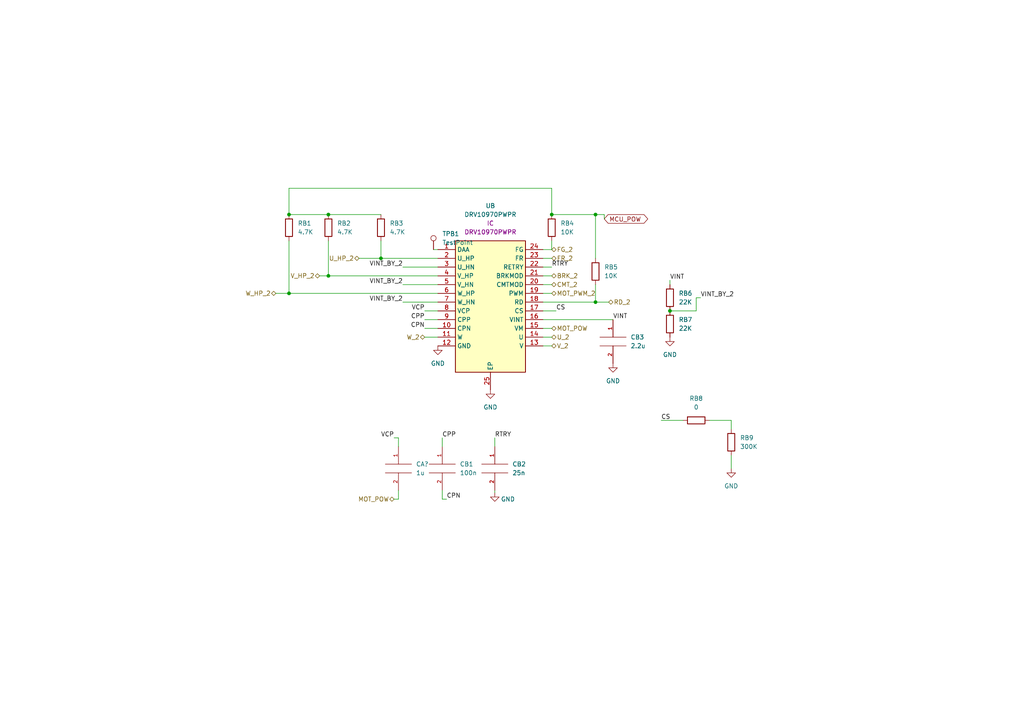
<source format=kicad_sch>
(kicad_sch (version 20211123) (generator eeschema)

  (uuid 7a3dda6d-67db-45e0-bfeb-326fa79a51a2)

  (paper "A4")

  (lib_symbols
    (symbol "Connector:TestPoint" (pin_numbers hide) (pin_names (offset 0.762) hide) (in_bom yes) (on_board yes)
      (property "Reference" "TP" (id 0) (at 0 6.858 0)
        (effects (font (size 1.27 1.27)))
      )
      (property "Value" "TestPoint" (id 1) (at 0 5.08 0)
        (effects (font (size 1.27 1.27)))
      )
      (property "Footprint" "" (id 2) (at 5.08 0 0)
        (effects (font (size 1.27 1.27)) hide)
      )
      (property "Datasheet" "~" (id 3) (at 5.08 0 0)
        (effects (font (size 1.27 1.27)) hide)
      )
      (property "ki_keywords" "test point tp" (id 4) (at 0 0 0)
        (effects (font (size 1.27 1.27)) hide)
      )
      (property "ki_description" "test point" (id 5) (at 0 0 0)
        (effects (font (size 1.27 1.27)) hide)
      )
      (property "ki_fp_filters" "Pin* Test*" (id 6) (at 0 0 0)
        (effects (font (size 1.27 1.27)) hide)
      )
      (symbol "TestPoint_0_1"
        (circle (center 0 3.302) (radius 0.762)
          (stroke (width 0) (type default) (color 0 0 0 0))
          (fill (type none))
        )
      )
      (symbol "TestPoint_1_1"
        (pin passive line (at 0 0 90) (length 2.54)
          (name "1" (effects (font (size 1.27 1.27))))
          (number "1" (effects (font (size 1.27 1.27))))
        )
      )
    )
    (symbol "DRV10970PWPR:DRV10970PWPR" (in_bom yes) (on_board yes)
      (property "Reference" "" (id 0) (at 0 0 0)
        (effects (font (size 1.27 1.27)))
      )
      (property "Value" "DRV10970PWPR" (id 1) (at 0 0 0)
        (effects (font (size 1.27 1.27)))
      )
      (property "Footprint" "" (id 2) (at 0 0 0)
        (effects (font (size 1.27 1.27)) hide)
      )
      (property "Datasheet" "" (id 3) (at 0 0 0)
        (effects (font (size 1.27 1.27)) hide)
      )
      (property "Reference_1" "IC" (id 4) (at 26.67 7.62 0)
        (effects (font (size 1.27 1.27)) (justify left top))
      )
      (property "Value_1" "DRV10970PWPR" (id 5) (at 26.67 5.08 0)
        (effects (font (size 1.27 1.27)) (justify left top))
      )
      (property "Footprint_1" "SOP65P640X120-25N" (id 6) (at 26.67 -94.92 0)
        (effects (font (size 1.27 1.27)) (justify left top) hide)
      )
      (property "Datasheet_1" "http://www.ti.com/lit/gpn/drv10970" (id 7) (at 26.67 -194.92 0)
        (effects (font (size 1.27 1.27)) (justify left top) hide)
      )
      (property "Height" "1.2" (id 8) (at 26.67 -394.92 0)
        (effects (font (size 1.27 1.27)) (justify left top) hide)
      )
      (property "Mouser Part Number" "595-DRV10970PWPR" (id 9) (at 26.67 -494.92 0)
        (effects (font (size 1.27 1.27)) (justify left top) hide)
      )
      (property "Mouser Price/Stock" "https://www.mouser.co.uk/ProductDetail/Texas-Instruments/DRV10970PWPR?qs=F66ExNIg9rr34PKt6FmsTg%3D%3D" (id 10) (at 26.67 -594.92 0)
        (effects (font (size 1.27 1.27)) (justify left top) hide)
      )
      (property "Manufacturer_Name" "Texas Instruments" (id 11) (at 26.67 -694.92 0)
        (effects (font (size 1.27 1.27)) (justify left top) hide)
      )
      (property "Manufacturer_Part_Number" "DRV10970PWPR" (id 12) (at 26.67 -794.92 0)
        (effects (font (size 1.27 1.27)) (justify left top) hide)
      )
      (property "ki_description" "20W, 12V 3-phase sensored BLDC motor driver with single/3halls supported" (id 13) (at 0 0 0)
        (effects (font (size 1.27 1.27)) hide)
      )
      (symbol "DRV10970PWPR_1_1"
        (rectangle (start 5.08 2.54) (end 25.4 -35.56)
          (stroke (width 0.254) (type default) (color 0 0 0 0))
          (fill (type background))
        )
        (pin passive line (at 0 0 0) (length 5.08)
          (name "DAA" (effects (font (size 1.27 1.27))))
          (number "1" (effects (font (size 1.27 1.27))))
        )
        (pin passive line (at 0 -22.86 0) (length 5.08)
          (name "CPN" (effects (font (size 1.27 1.27))))
          (number "10" (effects (font (size 1.27 1.27))))
        )
        (pin passive line (at 0 -25.4 0) (length 5.08)
          (name "W" (effects (font (size 1.27 1.27))))
          (number "11" (effects (font (size 1.27 1.27))))
        )
        (pin passive line (at 0 -27.94 0) (length 5.08)
          (name "GND" (effects (font (size 1.27 1.27))))
          (number "12" (effects (font (size 1.27 1.27))))
        )
        (pin passive line (at 30.48 -27.94 180) (length 5.08)
          (name "V" (effects (font (size 1.27 1.27))))
          (number "13" (effects (font (size 1.27 1.27))))
        )
        (pin passive line (at 30.48 -25.4 180) (length 5.08)
          (name "U" (effects (font (size 1.27 1.27))))
          (number "14" (effects (font (size 1.27 1.27))))
        )
        (pin passive line (at 30.48 -22.86 180) (length 5.08)
          (name "VM" (effects (font (size 1.27 1.27))))
          (number "15" (effects (font (size 1.27 1.27))))
        )
        (pin passive line (at 30.48 -20.32 180) (length 5.08)
          (name "VINT" (effects (font (size 1.27 1.27))))
          (number "16" (effects (font (size 1.27 1.27))))
        )
        (pin passive line (at 30.48 -17.78 180) (length 5.08)
          (name "CS" (effects (font (size 1.27 1.27))))
          (number "17" (effects (font (size 1.27 1.27))))
        )
        (pin passive line (at 30.48 -15.24 180) (length 5.08)
          (name "RD" (effects (font (size 1.27 1.27))))
          (number "18" (effects (font (size 1.27 1.27))))
        )
        (pin passive line (at 30.48 -12.7 180) (length 5.08)
          (name "PWM" (effects (font (size 1.27 1.27))))
          (number "19" (effects (font (size 1.27 1.27))))
        )
        (pin passive line (at 0 -2.54 0) (length 5.08)
          (name "U_HP" (effects (font (size 1.27 1.27))))
          (number "2" (effects (font (size 1.27 1.27))))
        )
        (pin passive line (at 30.48 -10.16 180) (length 5.08)
          (name "CMTMOD" (effects (font (size 1.27 1.27))))
          (number "20" (effects (font (size 1.27 1.27))))
        )
        (pin passive line (at 30.48 -7.62 180) (length 5.08)
          (name "BRKMOD" (effects (font (size 1.27 1.27))))
          (number "21" (effects (font (size 1.27 1.27))))
        )
        (pin passive line (at 30.48 -5.08 180) (length 5.08)
          (name "RETRY" (effects (font (size 1.27 1.27))))
          (number "22" (effects (font (size 1.27 1.27))))
        )
        (pin passive line (at 30.48 -2.54 180) (length 5.08)
          (name "FR" (effects (font (size 1.27 1.27))))
          (number "23" (effects (font (size 1.27 1.27))))
        )
        (pin passive line (at 30.48 0 180) (length 5.08)
          (name "FG" (effects (font (size 1.27 1.27))))
          (number "24" (effects (font (size 1.27 1.27))))
        )
        (pin passive line (at 15.24 -40.64 90) (length 5.08)
          (name "EP" (effects (font (size 1.27 1.27))))
          (number "25" (effects (font (size 1.27 1.27))))
        )
        (pin passive line (at 0 -5.08 0) (length 5.08)
          (name "U_HN" (effects (font (size 1.27 1.27))))
          (number "3" (effects (font (size 1.27 1.27))))
        )
        (pin passive line (at 0 -7.62 0) (length 5.08)
          (name "V_HP" (effects (font (size 1.27 1.27))))
          (number "4" (effects (font (size 1.27 1.27))))
        )
        (pin passive line (at 0 -10.16 0) (length 5.08)
          (name "V_HN" (effects (font (size 1.27 1.27))))
          (number "5" (effects (font (size 1.27 1.27))))
        )
        (pin passive line (at 0 -12.7 0) (length 5.08)
          (name "W_HP" (effects (font (size 1.27 1.27))))
          (number "6" (effects (font (size 1.27 1.27))))
        )
        (pin passive line (at 0 -15.24 0) (length 5.08)
          (name "W_HN" (effects (font (size 1.27 1.27))))
          (number "7" (effects (font (size 1.27 1.27))))
        )
        (pin passive line (at 0 -17.78 0) (length 5.08)
          (name "VCP" (effects (font (size 1.27 1.27))))
          (number "8" (effects (font (size 1.27 1.27))))
        )
        (pin passive line (at 0 -20.32 0) (length 5.08)
          (name "CPP" (effects (font (size 1.27 1.27))))
          (number "9" (effects (font (size 1.27 1.27))))
        )
      )
    )
    (symbol "Device:R" (pin_numbers hide) (pin_names (offset 0)) (in_bom yes) (on_board yes)
      (property "Reference" "R" (id 0) (at 2.032 0 90)
        (effects (font (size 1.27 1.27)))
      )
      (property "Value" "R" (id 1) (at 0 0 90)
        (effects (font (size 1.27 1.27)))
      )
      (property "Footprint" "" (id 2) (at -1.778 0 90)
        (effects (font (size 1.27 1.27)) hide)
      )
      (property "Datasheet" "~" (id 3) (at 0 0 0)
        (effects (font (size 1.27 1.27)) hide)
      )
      (property "ki_keywords" "R res resistor" (id 4) (at 0 0 0)
        (effects (font (size 1.27 1.27)) hide)
      )
      (property "ki_description" "Resistor" (id 5) (at 0 0 0)
        (effects (font (size 1.27 1.27)) hide)
      )
      (property "ki_fp_filters" "R_*" (id 6) (at 0 0 0)
        (effects (font (size 1.27 1.27)) hide)
      )
      (symbol "R_0_1"
        (rectangle (start -1.016 -2.54) (end 1.016 2.54)
          (stroke (width 0.254) (type default) (color 0 0 0 0))
          (fill (type none))
        )
      )
      (symbol "R_1_1"
        (pin passive line (at 0 3.81 270) (length 1.27)
          (name "~" (effects (font (size 1.27 1.27))))
          (number "1" (effects (font (size 1.27 1.27))))
        )
        (pin passive line (at 0 -3.81 90) (length 1.27)
          (name "~" (effects (font (size 1.27 1.27))))
          (number "2" (effects (font (size 1.27 1.27))))
        )
      )
    )
    (symbol "power:GND" (power) (pin_names (offset 0)) (in_bom yes) (on_board yes)
      (property "Reference" "#PWR" (id 0) (at 0 -6.35 0)
        (effects (font (size 1.27 1.27)) hide)
      )
      (property "Value" "GND" (id 1) (at 0 -3.81 0)
        (effects (font (size 1.27 1.27)))
      )
      (property "Footprint" "" (id 2) (at 0 0 0)
        (effects (font (size 1.27 1.27)) hide)
      )
      (property "Datasheet" "" (id 3) (at 0 0 0)
        (effects (font (size 1.27 1.27)) hide)
      )
      (property "ki_keywords" "global power" (id 4) (at 0 0 0)
        (effects (font (size 1.27 1.27)) hide)
      )
      (property "ki_description" "Power symbol creates a global label with name \"GND\" , ground" (id 5) (at 0 0 0)
        (effects (font (size 1.27 1.27)) hide)
      )
      (symbol "GND_0_1"
        (polyline
          (pts
            (xy 0 0)
            (xy 0 -1.27)
            (xy 1.27 -1.27)
            (xy 0 -2.54)
            (xy -1.27 -1.27)
            (xy 0 -1.27)
          )
          (stroke (width 0) (type default) (color 0 0 0 0))
          (fill (type none))
        )
      )
      (symbol "GND_1_1"
        (pin power_in line (at 0 0 270) (length 0) hide
          (name "GND" (effects (font (size 1.27 1.27))))
          (number "1" (effects (font (size 1.27 1.27))))
        )
      )
    )
    (symbol "pspice:C" (pin_names (offset 0.254)) (in_bom yes) (on_board yes)
      (property "Reference" "C" (id 0) (at 2.54 3.81 90)
        (effects (font (size 1.27 1.27)))
      )
      (property "Value" "C" (id 1) (at 2.54 -3.81 90)
        (effects (font (size 1.27 1.27)))
      )
      (property "Footprint" "" (id 2) (at 0 0 0)
        (effects (font (size 1.27 1.27)) hide)
      )
      (property "Datasheet" "~" (id 3) (at 0 0 0)
        (effects (font (size 1.27 1.27)) hide)
      )
      (property "ki_keywords" "simulation" (id 4) (at 0 0 0)
        (effects (font (size 1.27 1.27)) hide)
      )
      (property "ki_description" "Capacitor symbol for simulation only" (id 5) (at 0 0 0)
        (effects (font (size 1.27 1.27)) hide)
      )
      (symbol "C_0_1"
        (polyline
          (pts
            (xy -3.81 -1.27)
            (xy 3.81 -1.27)
          )
          (stroke (width 0) (type default) (color 0 0 0 0))
          (fill (type none))
        )
        (polyline
          (pts
            (xy -3.81 1.27)
            (xy 3.81 1.27)
          )
          (stroke (width 0) (type default) (color 0 0 0 0))
          (fill (type none))
        )
      )
      (symbol "C_1_1"
        (pin passive line (at 0 6.35 270) (length 5.08)
          (name "~" (effects (font (size 1.016 1.016))))
          (number "1" (effects (font (size 1.016 1.016))))
        )
        (pin passive line (at 0 -6.35 90) (length 5.08)
          (name "~" (effects (font (size 1.016 1.016))))
          (number "2" (effects (font (size 1.016 1.016))))
        )
      )
    )
  )

  (junction (at 172.72 62.23) (diameter 0) (color 0 0 0 0)
    (uuid 261c1b1c-4504-45c9-91ab-798ffcb706c5)
  )
  (junction (at 160.02 62.23) (diameter 0) (color 0 0 0 0)
    (uuid 62801249-7f08-42f4-a725-d375a20667d8)
  )
  (junction (at 95.25 80.01) (diameter 0) (color 0 0 0 0)
    (uuid 723b58d9-3fcb-4d14-a789-52e221eb0e95)
  )
  (junction (at 95.25 62.23) (diameter 0) (color 0 0 0 0)
    (uuid 97bf3e6a-c31c-4527-82fa-efca919b2bce)
  )
  (junction (at 172.72 87.63) (diameter 0) (color 0 0 0 0)
    (uuid ac1e96ce-5ad7-4d45-976d-8eaceac84ec5)
  )
  (junction (at 110.49 74.93) (diameter 0) (color 0 0 0 0)
    (uuid dac9ff21-2424-41c0-93af-c8423b97fd21)
  )
  (junction (at 83.82 85.09) (diameter 0) (color 0 0 0 0)
    (uuid deb4672d-a437-49ff-b176-a49bd4cbfac9)
  )
  (junction (at 83.82 62.23) (diameter 0) (color 0 0 0 0)
    (uuid e9b96148-0d31-4bca-9096-ffd0c09bf431)
  )
  (junction (at 194.31 90.17) (diameter 0) (color 0 0 0 0)
    (uuid f37d8479-0243-419c-9f3f-726d79c7f66f)
  )

  (wire (pts (xy 95.25 62.23) (xy 110.49 62.23))
    (stroke (width 0) (type default) (color 0 0 0 0))
    (uuid 057787d3-6816-4a96-80e2-63ec1816f98f)
  )
  (wire (pts (xy 172.72 87.63) (xy 176.53 87.63))
    (stroke (width 0) (type default) (color 0 0 0 0))
    (uuid 0b640eab-892b-4668-ba06-216718353284)
  )
  (wire (pts (xy 123.19 90.17) (xy 127 90.17))
    (stroke (width 0) (type default) (color 0 0 0 0))
    (uuid 0cb0f8a1-f810-4dc4-8d1d-7ca2d571f34b)
  )
  (wire (pts (xy 128.27 129.54) (xy 128.27 127))
    (stroke (width 0) (type default) (color 0 0 0 0))
    (uuid 0d089dfa-4918-49ae-b430-ebd4e17936d2)
  )
  (wire (pts (xy 157.48 85.09) (xy 160.02 85.09))
    (stroke (width 0) (type default) (color 0 0 0 0))
    (uuid 12857fe3-59fb-4bd4-b15d-448a071fdd70)
  )
  (wire (pts (xy 125.73 72.39) (xy 127 72.39))
    (stroke (width 0) (type default) (color 0 0 0 0))
    (uuid 171e2ce2-6392-4de6-9c2c-cb82b2787aac)
  )
  (wire (pts (xy 175.26 63.5) (xy 175.26 62.23))
    (stroke (width 0) (type default) (color 0 0 0 0))
    (uuid 181dcf5a-c3df-4497-b715-6d58ebfd1cac)
  )
  (wire (pts (xy 157.48 80.01) (xy 160.02 80.01))
    (stroke (width 0) (type default) (color 0 0 0 0))
    (uuid 1941c904-6607-4013-8e90-bb6555e3f508)
  )
  (wire (pts (xy 110.49 69.85) (xy 110.49 74.93))
    (stroke (width 0) (type default) (color 0 0 0 0))
    (uuid 1abc4b45-7e4f-4302-ba71-365ef6c7940f)
  )
  (wire (pts (xy 191.77 121.92) (xy 198.12 121.92))
    (stroke (width 0) (type default) (color 0 0 0 0))
    (uuid 1d32d260-278d-4730-932e-29b03d597daa)
  )
  (wire (pts (xy 157.48 77.47) (xy 160.02 77.47))
    (stroke (width 0) (type default) (color 0 0 0 0))
    (uuid 1f9048bc-4c1f-4069-8641-3a55b8bafec0)
  )
  (wire (pts (xy 172.72 82.55) (xy 172.72 87.63))
    (stroke (width 0) (type default) (color 0 0 0 0))
    (uuid 23363b51-b5cb-44a4-89d2-598dc8070e47)
  )
  (wire (pts (xy 114.3 127) (xy 115.57 127))
    (stroke (width 0) (type default) (color 0 0 0 0))
    (uuid 2610dc41-3549-410b-9e38-9e0537ff6d5c)
  )
  (wire (pts (xy 203.2 86.36) (xy 201.93 86.36))
    (stroke (width 0) (type default) (color 0 0 0 0))
    (uuid 2ba4ba72-a504-45bb-91a9-f8f35392f169)
  )
  (wire (pts (xy 83.82 54.61) (xy 83.82 62.23))
    (stroke (width 0) (type default) (color 0 0 0 0))
    (uuid 3b9848c3-c6af-4f60-9aee-7aa104ad5120)
  )
  (wire (pts (xy 92.71 80.01) (xy 95.25 80.01))
    (stroke (width 0) (type default) (color 0 0 0 0))
    (uuid 3f2cfd4f-69aa-4695-9fd8-69056f86f079)
  )
  (wire (pts (xy 83.82 69.85) (xy 83.82 85.09))
    (stroke (width 0) (type default) (color 0 0 0 0))
    (uuid 44627f02-049a-4de9-a555-2c313b975e41)
  )
  (wire (pts (xy 201.93 90.17) (xy 194.31 90.17))
    (stroke (width 0) (type default) (color 0 0 0 0))
    (uuid 4acc7aa4-0fd2-497b-ab01-17fc0c3c925c)
  )
  (wire (pts (xy 160.02 62.23) (xy 160.02 54.61))
    (stroke (width 0) (type default) (color 0 0 0 0))
    (uuid 4f46db32-42b0-40a1-8067-94b4c4a0372f)
  )
  (wire (pts (xy 172.72 62.23) (xy 160.02 62.23))
    (stroke (width 0) (type default) (color 0 0 0 0))
    (uuid 5c6073c8-a960-4e63-a0d1-c1d7c2ef9fe0)
  )
  (wire (pts (xy 116.84 77.47) (xy 127 77.47))
    (stroke (width 0) (type default) (color 0 0 0 0))
    (uuid 6a6319a1-bb9c-49d4-828a-29f4ed01d2b9)
  )
  (wire (pts (xy 157.48 92.71) (xy 177.8 92.71))
    (stroke (width 0) (type default) (color 0 0 0 0))
    (uuid 6e46ce9c-a2c4-42a7-b5c3-72fa5df89eba)
  )
  (wire (pts (xy 128.27 144.78) (xy 129.54 144.78))
    (stroke (width 0) (type default) (color 0 0 0 0))
    (uuid 7113bb17-ace0-43e5-a13a-6a92853d8920)
  )
  (wire (pts (xy 115.57 127) (xy 115.57 129.54))
    (stroke (width 0) (type default) (color 0 0 0 0))
    (uuid 7917c0f7-1477-401e-a3bc-c7c9aa7cd067)
  )
  (wire (pts (xy 157.48 100.33) (xy 160.02 100.33))
    (stroke (width 0) (type default) (color 0 0 0 0))
    (uuid 7cd96ff7-310c-4701-8d10-256177bb50dc)
  )
  (wire (pts (xy 115.57 142.24) (xy 115.57 144.78))
    (stroke (width 0) (type default) (color 0 0 0 0))
    (uuid 7f26639d-d452-457e-9677-805f5e6dcd6d)
  )
  (wire (pts (xy 95.25 69.85) (xy 95.25 80.01))
    (stroke (width 0) (type default) (color 0 0 0 0))
    (uuid 85cfea38-fc94-4479-9e28-50fcccd3cd50)
  )
  (wire (pts (xy 194.31 81.28) (xy 194.31 82.55))
    (stroke (width 0) (type default) (color 0 0 0 0))
    (uuid 93e643af-cf20-4da4-b7c7-0bb8800e6a80)
  )
  (wire (pts (xy 128.27 142.24) (xy 128.27 144.78))
    (stroke (width 0) (type default) (color 0 0 0 0))
    (uuid 95a09f60-d8b3-4841-bd3b-7343a3b10d76)
  )
  (wire (pts (xy 157.48 87.63) (xy 172.72 87.63))
    (stroke (width 0) (type default) (color 0 0 0 0))
    (uuid 97accd3a-e956-4192-8b08-867ed61b51a4)
  )
  (wire (pts (xy 123.19 95.25) (xy 127 95.25))
    (stroke (width 0) (type default) (color 0 0 0 0))
    (uuid 99df345a-7958-4ab2-9b1f-e88c91ff04d6)
  )
  (wire (pts (xy 157.48 82.55) (xy 160.02 82.55))
    (stroke (width 0) (type default) (color 0 0 0 0))
    (uuid 9c261b94-8b0e-4eda-b3e4-465b81e89177)
  )
  (wire (pts (xy 157.48 97.79) (xy 160.02 97.79))
    (stroke (width 0) (type default) (color 0 0 0 0))
    (uuid 9ddb3b47-7665-4f06-a144-889f467eb1cc)
  )
  (wire (pts (xy 123.19 97.79) (xy 127 97.79))
    (stroke (width 0) (type default) (color 0 0 0 0))
    (uuid a4d0f20f-02a1-4c39-91c0-2e66b5a6bed1)
  )
  (wire (pts (xy 143.51 129.54) (xy 143.51 127))
    (stroke (width 0) (type default) (color 0 0 0 0))
    (uuid af768883-a4eb-4ae4-aaea-676cbd431a4e)
  )
  (wire (pts (xy 123.19 92.71) (xy 127 92.71))
    (stroke (width 0) (type default) (color 0 0 0 0))
    (uuid afa99242-91f2-4bfa-bfc2-9ce674dfce10)
  )
  (wire (pts (xy 80.01 85.09) (xy 83.82 85.09))
    (stroke (width 0) (type default) (color 0 0 0 0))
    (uuid bc46c571-e92f-4a33-baab-20c7247d1129)
  )
  (wire (pts (xy 212.09 121.92) (xy 212.09 124.46))
    (stroke (width 0) (type default) (color 0 0 0 0))
    (uuid bf527b36-138f-41e7-b15f-f0b46529c34a)
  )
  (wire (pts (xy 143.51 142.875) (xy 143.51 142.24))
    (stroke (width 0) (type default) (color 0 0 0 0))
    (uuid c339d26d-9439-4c78-9f27-a94e01227111)
  )
  (wire (pts (xy 83.82 85.09) (xy 127 85.09))
    (stroke (width 0) (type default) (color 0 0 0 0))
    (uuid c401541c-4126-465a-9854-981f40004f1c)
  )
  (wire (pts (xy 205.74 121.92) (xy 212.09 121.92))
    (stroke (width 0) (type default) (color 0 0 0 0))
    (uuid c4a41c6a-bf9e-44a9-8b6e-c1abb68b6025)
  )
  (wire (pts (xy 160.02 69.85) (xy 160.02 72.39))
    (stroke (width 0) (type default) (color 0 0 0 0))
    (uuid c4cc8d02-395c-4017-a7b2-3988e6ae8565)
  )
  (wire (pts (xy 104.14 74.93) (xy 110.49 74.93))
    (stroke (width 0) (type default) (color 0 0 0 0))
    (uuid c6bff3d6-2fb2-4597-bb90-35e1119f2b36)
  )
  (wire (pts (xy 201.93 86.36) (xy 201.93 90.17))
    (stroke (width 0) (type default) (color 0 0 0 0))
    (uuid ca59cd92-965b-4a6b-93e5-816c5af88205)
  )
  (wire (pts (xy 115.57 144.78) (xy 114.3 144.78))
    (stroke (width 0) (type default) (color 0 0 0 0))
    (uuid d401d933-cd6e-4c3f-9a81-f13fb6baa11d)
  )
  (wire (pts (xy 175.26 62.23) (xy 172.72 62.23))
    (stroke (width 0) (type default) (color 0 0 0 0))
    (uuid d758d057-90a2-4c96-ba46-e7a29e500fc7)
  )
  (wire (pts (xy 172.72 62.23) (xy 172.72 74.93))
    (stroke (width 0) (type default) (color 0 0 0 0))
    (uuid d8d3eb59-489c-47ff-93fa-e7ec2efe7ae7)
  )
  (wire (pts (xy 157.48 90.17) (xy 161.29 90.17))
    (stroke (width 0) (type default) (color 0 0 0 0))
    (uuid dc50ac96-6f41-463b-9a77-05f39436d42a)
  )
  (wire (pts (xy 160.02 54.61) (xy 83.82 54.61))
    (stroke (width 0) (type default) (color 0 0 0 0))
    (uuid dcc180b8-22dd-4ffd-ae57-44ac955b193d)
  )
  (wire (pts (xy 116.84 87.63) (xy 127 87.63))
    (stroke (width 0) (type default) (color 0 0 0 0))
    (uuid dced4ada-ecc6-4e7d-8368-b899050d16fc)
  )
  (wire (pts (xy 83.82 62.23) (xy 95.25 62.23))
    (stroke (width 0) (type default) (color 0 0 0 0))
    (uuid e84c18fe-faa3-4a14-9c2b-b0a90469a56f)
  )
  (wire (pts (xy 116.84 82.55) (xy 127 82.55))
    (stroke (width 0) (type default) (color 0 0 0 0))
    (uuid ed9a0881-d12a-4890-acd7-7406be3b6ca6)
  )
  (wire (pts (xy 157.48 95.25) (xy 160.02 95.25))
    (stroke (width 0) (type default) (color 0 0 0 0))
    (uuid f94f3228-bfbe-4e0f-8948-581eb506ba94)
  )
  (wire (pts (xy 95.25 80.01) (xy 127 80.01))
    (stroke (width 0) (type default) (color 0 0 0 0))
    (uuid f9d6bff4-f02d-4742-b776-6c4de3104f39)
  )
  (wire (pts (xy 110.49 74.93) (xy 127 74.93))
    (stroke (width 0) (type default) (color 0 0 0 0))
    (uuid fbc3107f-79a9-4a4a-87c7-e54aecbb2cb5)
  )
  (wire (pts (xy 157.48 72.39) (xy 160.02 72.39))
    (stroke (width 0) (type default) (color 0 0 0 0))
    (uuid fc7461ec-5430-459b-af3a-1d40258926aa)
  )
  (wire (pts (xy 212.09 132.08) (xy 212.09 135.89))
    (stroke (width 0) (type default) (color 0 0 0 0))
    (uuid fc780e2e-f254-4e28-b71c-db75ada7ddd1)
  )
  (wire (pts (xy 157.48 74.93) (xy 160.02 74.93))
    (stroke (width 0) (type default) (color 0 0 0 0))
    (uuid fe67ab02-501a-4a97-8fe8-ea3ab39c452f)
  )

  (label "VINT" (at 194.31 81.28 0)
    (effects (font (size 1.27 1.27)) (justify left bottom))
    (uuid 055f6571-c6c0-4cb2-a38a-66c316f27e37)
  )
  (label "VINT" (at 177.8 92.71 0)
    (effects (font (size 1.27 1.27)) (justify left bottom))
    (uuid 10a20bfb-083f-44c7-b8e2-0aae6fa26b23)
  )
  (label "CPP" (at 128.27 127 0)
    (effects (font (size 1.27 1.27)) (justify left bottom))
    (uuid 1c6f4cd7-6005-433b-a139-1d3aa43233b9)
  )
  (label "VCP" (at 114.3 127 180)
    (effects (font (size 1.27 1.27)) (justify right bottom))
    (uuid 24675c77-d674-43e6-a080-bca10145d78c)
  )
  (label "VINT_BY_2" (at 116.84 87.63 180)
    (effects (font (size 1.27 1.27)) (justify right bottom))
    (uuid 2c43a884-c206-4dca-b2d9-a19d08522966)
  )
  (label "RTRY" (at 143.51 127 0)
    (effects (font (size 1.27 1.27)) (justify left bottom))
    (uuid 43032f3a-3e7b-4a9e-b588-dee6d87ffff9)
  )
  (label "CPN" (at 129.54 144.78 0)
    (effects (font (size 1.27 1.27)) (justify left bottom))
    (uuid 477f162f-126f-4a2f-b8da-0c2fc2f3fc0a)
  )
  (label "CPP" (at 123.19 92.71 180)
    (effects (font (size 1.27 1.27)) (justify right bottom))
    (uuid 500632d7-838c-4fff-8298-8ca2314c1768)
  )
  (label "CS" (at 161.29 90.17 0)
    (effects (font (size 1.27 1.27)) (justify left bottom))
    (uuid 5dbe4acf-d362-4123-8608-f0fa9c659865)
  )
  (label "VCP" (at 123.19 90.17 180)
    (effects (font (size 1.27 1.27)) (justify right bottom))
    (uuid 76f4da63-7f56-4d8c-95a3-26e9979bafac)
  )
  (label "VINT_BY_2" (at 116.84 82.55 180)
    (effects (font (size 1.27 1.27)) (justify right bottom))
    (uuid 9d8b5077-2904-4a0f-87f1-2979a6fa563e)
  )
  (label "CPN" (at 123.19 95.25 180)
    (effects (font (size 1.27 1.27)) (justify right bottom))
    (uuid b6add860-30ad-4ae5-a554-fc1c23b8385a)
  )
  (label "RTRY" (at 160.02 77.47 0)
    (effects (font (size 1.27 1.27)) (justify left bottom))
    (uuid c264d5ce-3f83-4caf-b50b-18d0eeaf00bc)
  )
  (label "VINT_BY_2" (at 203.2 86.36 0)
    (effects (font (size 1.27 1.27)) (justify left bottom))
    (uuid cfa48bc2-53bb-4b95-a8ee-3a603eacdf11)
  )
  (label "VINT_BY_2" (at 116.84 77.47 180)
    (effects (font (size 1.27 1.27)) (justify right bottom))
    (uuid f69acb8a-a3f9-44d4-a66d-3524dc45ddd6)
  )
  (label "CS" (at 191.77 121.92 0)
    (effects (font (size 1.27 1.27)) (justify left bottom))
    (uuid fb317451-cea9-49a6-8770-6b90f39a5456)
  )

  (global_label "MCU_POW" (shape bidirectional) (at 175.26 63.5 0) (fields_autoplaced)
    (effects (font (size 1.27 1.27)) (justify left))
    (uuid 4a192ec1-985e-421a-9c5e-43b201d70ab4)
    (property "Intersheet References" "${INTERSHEET_REFS}" (id 0) (at 186.7445 63.4206 0)
      (effects (font (size 1.27 1.27)) (justify left) hide)
    )
  )

  (hierarchical_label "MOT_POW" (shape bidirectional) (at 114.3 144.78 180)
    (effects (font (size 1.27 1.27)) (justify right))
    (uuid 2ea69386-d660-4cd9-86c9-f742981ac04a)
  )
  (hierarchical_label "MOT_PWM_2" (shape bidirectional) (at 160.02 85.09 0)
    (effects (font (size 1.27 1.27)) (justify left))
    (uuid 46bee61a-73c0-4035-95fa-4f5bf7de5f6f)
  )
  (hierarchical_label "W_HP_2" (shape bidirectional) (at 80.01 85.09 180)
    (effects (font (size 1.27 1.27)) (justify right))
    (uuid 4a4a6291-d8e0-4bc1-af73-33858d2f343e)
  )
  (hierarchical_label "FR_2" (shape bidirectional) (at 160.02 74.93 0)
    (effects (font (size 1.27 1.27)) (justify left))
    (uuid 4b4df7cc-273e-4646-87e8-3f074bffe6c4)
  )
  (hierarchical_label "BRK_2" (shape bidirectional) (at 160.02 80.01 0)
    (effects (font (size 1.27 1.27)) (justify left))
    (uuid 4d871117-eee6-42d5-a320-e25025c01d31)
  )
  (hierarchical_label "W_2" (shape bidirectional) (at 123.19 97.79 180)
    (effects (font (size 1.27 1.27)) (justify right))
    (uuid 50e439ed-92a3-4f94-a114-1e7fdc247b12)
  )
  (hierarchical_label "V_HP_2" (shape bidirectional) (at 92.71 80.01 180)
    (effects (font (size 1.27 1.27)) (justify right))
    (uuid 5e75579f-8261-4706-b946-340abcf876ce)
  )
  (hierarchical_label "U_2" (shape bidirectional) (at 160.02 97.79 0)
    (effects (font (size 1.27 1.27)) (justify left))
    (uuid 6a951c4e-f940-4e7c-b014-f8429936a052)
  )
  (hierarchical_label "U_HP_2" (shape bidirectional) (at 104.14 74.93 180)
    (effects (font (size 1.27 1.27)) (justify right))
    (uuid 8d5f48ef-a1d4-443e-9622-5bb088a09e68)
  )
  (hierarchical_label "RD_2" (shape bidirectional) (at 176.53 87.63 0)
    (effects (font (size 1.27 1.27)) (justify left))
    (uuid 96ebf5b5-d300-4a51-acd3-9cb13407d9dd)
  )
  (hierarchical_label "V_2" (shape bidirectional) (at 160.02 100.33 0)
    (effects (font (size 1.27 1.27)) (justify left))
    (uuid b474ee3b-e3c6-430c-be9f-05b3a51520a5)
  )
  (hierarchical_label "MOT_POW" (shape bidirectional) (at 160.02 95.25 0)
    (effects (font (size 1.27 1.27)) (justify left))
    (uuid b4c1d099-23be-4ac3-a082-be8d04d59b8b)
  )
  (hierarchical_label "CMT_2" (shape bidirectional) (at 160.02 82.55 0)
    (effects (font (size 1.27 1.27)) (justify left))
    (uuid c8c4fdbf-5a6e-407b-b7bf-4be0851a744a)
  )
  (hierarchical_label "FG_2" (shape bidirectional) (at 160.02 72.39 0)
    (effects (font (size 1.27 1.27)) (justify left))
    (uuid ded68dc3-be57-439b-92cc-53a9d486af0a)
  )

  (symbol (lib_id "Device:R") (at 201.93 121.92 90) (unit 1)
    (in_bom yes) (on_board yes) (fields_autoplaced)
    (uuid 039933a4-8bc2-439e-8868-0e361d1d01f6)
    (property "Reference" "RB8" (id 0) (at 201.93 115.57 90))
    (property "Value" "0" (id 1) (at 201.93 118.11 90))
    (property "Footprint" "" (id 2) (at 201.93 123.698 90)
      (effects (font (size 1.27 1.27)) hide)
    )
    (property "Datasheet" "~" (id 3) (at 201.93 121.92 0)
      (effects (font (size 1.27 1.27)) hide)
    )
    (pin "1" (uuid ff0e2b0a-f158-44fd-acdc-ad5316e0160a))
    (pin "2" (uuid 74a6fc14-272d-4789-b04b-a9166759707d))
  )

  (symbol (lib_id "pspice:C") (at 115.57 135.89 0) (unit 1)
    (in_bom yes) (on_board yes) (fields_autoplaced)
    (uuid 08163c3d-bd6e-4e90-a461-697e9a27458b)
    (property "Reference" "CA?" (id 0) (at 120.65 134.6199 0)
      (effects (font (size 1.27 1.27)) (justify left))
    )
    (property "Value" "1u" (id 1) (at 120.65 137.1599 0)
      (effects (font (size 1.27 1.27)) (justify left))
    )
    (property "Footprint" "" (id 2) (at 115.57 135.89 0)
      (effects (font (size 1.27 1.27)) hide)
    )
    (property "Datasheet" "~" (id 3) (at 115.57 135.89 0)
      (effects (font (size 1.27 1.27)) hide)
    )
    (pin "1" (uuid 12b61f03-7985-4131-a78a-42a4adfc3e8b))
    (pin "2" (uuid c8bf3377-0500-41a5-a532-f7fd7dfd8e2c))
  )

  (symbol (lib_id "Device:R") (at 83.82 66.04 0) (unit 1)
    (in_bom yes) (on_board yes) (fields_autoplaced)
    (uuid 0e94c477-efb0-49c9-83c4-311707487083)
    (property "Reference" "RB1" (id 0) (at 86.36 64.7699 0)
      (effects (font (size 1.27 1.27)) (justify left))
    )
    (property "Value" "4.7K" (id 1) (at 86.36 67.3099 0)
      (effects (font (size 1.27 1.27)) (justify left))
    )
    (property "Footprint" "" (id 2) (at 82.042 66.04 90)
      (effects (font (size 1.27 1.27)) hide)
    )
    (property "Datasheet" "~" (id 3) (at 83.82 66.04 0)
      (effects (font (size 1.27 1.27)) hide)
    )
    (pin "1" (uuid 294a5a68-8822-48bc-8f3d-b9f5c7d7936b))
    (pin "2" (uuid 72aff570-2ee1-4919-ac72-7afbd060ee3e))
  )

  (symbol (lib_id "Device:R") (at 110.49 66.04 0) (unit 1)
    (in_bom yes) (on_board yes) (fields_autoplaced)
    (uuid 1883638a-3055-450e-941b-cfcad8c444b3)
    (property "Reference" "RB3" (id 0) (at 113.03 64.7699 0)
      (effects (font (size 1.27 1.27)) (justify left))
    )
    (property "Value" "4.7K" (id 1) (at 113.03 67.3099 0)
      (effects (font (size 1.27 1.27)) (justify left))
    )
    (property "Footprint" "" (id 2) (at 108.712 66.04 90)
      (effects (font (size 1.27 1.27)) hide)
    )
    (property "Datasheet" "~" (id 3) (at 110.49 66.04 0)
      (effects (font (size 1.27 1.27)) hide)
    )
    (pin "1" (uuid 503ad3a0-b272-4965-9d05-648f92812a60))
    (pin "2" (uuid 153c944a-c7b7-4d3c-b050-567e45ae142a))
  )

  (symbol (lib_id "Device:R") (at 194.31 86.36 0) (unit 1)
    (in_bom yes) (on_board yes) (fields_autoplaced)
    (uuid 22ef4ea8-25ea-4321-b6e7-69655ee1ec0e)
    (property "Reference" "RB6" (id 0) (at 196.85 85.0899 0)
      (effects (font (size 1.27 1.27)) (justify left))
    )
    (property "Value" "22K" (id 1) (at 196.85 87.6299 0)
      (effects (font (size 1.27 1.27)) (justify left))
    )
    (property "Footprint" "" (id 2) (at 192.532 86.36 90)
      (effects (font (size 1.27 1.27)) hide)
    )
    (property "Datasheet" "~" (id 3) (at 194.31 86.36 0)
      (effects (font (size 1.27 1.27)) hide)
    )
    (pin "1" (uuid e5c0a912-babc-406e-805a-30017b81a697))
    (pin "2" (uuid 87669605-749f-41b0-a2b5-c6e597d048d9))
  )

  (symbol (lib_id "power:GND") (at 143.51 142.875 0) (unit 1)
    (in_bom yes) (on_board yes)
    (uuid 2829815e-071a-4e08-a1a9-66382956a207)
    (property "Reference" "#PWR?" (id 0) (at 143.51 149.225 0)
      (effects (font (size 1.27 1.27)) hide)
    )
    (property "Value" "GND" (id 1) (at 147.32 144.78 0))
    (property "Footprint" "" (id 2) (at 143.51 142.875 0)
      (effects (font (size 1.27 1.27)) hide)
    )
    (property "Datasheet" "" (id 3) (at 143.51 142.875 0)
      (effects (font (size 1.27 1.27)) hide)
    )
    (pin "1" (uuid c0567983-c835-4528-bf2f-d1f090031eb9))
  )

  (symbol (lib_id "Device:R") (at 172.72 78.74 0) (unit 1)
    (in_bom yes) (on_board yes) (fields_autoplaced)
    (uuid 38581ce2-d9cb-43b5-a2c9-e797f8fdeaf6)
    (property "Reference" "RB5" (id 0) (at 175.26 77.4699 0)
      (effects (font (size 1.27 1.27)) (justify left))
    )
    (property "Value" "10K" (id 1) (at 175.26 80.0099 0)
      (effects (font (size 1.27 1.27)) (justify left))
    )
    (property "Footprint" "" (id 2) (at 170.942 78.74 90)
      (effects (font (size 1.27 1.27)) hide)
    )
    (property "Datasheet" "~" (id 3) (at 172.72 78.74 0)
      (effects (font (size 1.27 1.27)) hide)
    )
    (pin "1" (uuid cbe08cc8-0093-43f5-b873-0dffe28dfb24))
    (pin "2" (uuid 7d833403-5708-484b-9c00-983c3be2e66c))
  )

  (symbol (lib_id "pspice:C") (at 128.27 135.89 0) (unit 1)
    (in_bom yes) (on_board yes) (fields_autoplaced)
    (uuid 659faf2c-e4a5-40ac-bf17-768f4a5323f2)
    (property "Reference" "CB1" (id 0) (at 133.35 134.6199 0)
      (effects (font (size 1.27 1.27)) (justify left))
    )
    (property "Value" "100n" (id 1) (at 133.35 137.1599 0)
      (effects (font (size 1.27 1.27)) (justify left))
    )
    (property "Footprint" "" (id 2) (at 128.27 135.89 0)
      (effects (font (size 1.27 1.27)) hide)
    )
    (property "Datasheet" "~" (id 3) (at 128.27 135.89 0)
      (effects (font (size 1.27 1.27)) hide)
    )
    (pin "1" (uuid b79f1516-7983-4281-b2c5-e80f9f9ef0cb))
    (pin "2" (uuid c3109fae-9ad1-4ede-bd0b-9bfc27b43837))
  )

  (symbol (lib_id "Device:R") (at 95.25 66.04 0) (unit 1)
    (in_bom yes) (on_board yes) (fields_autoplaced)
    (uuid 772dd569-2248-4091-8bd8-3524542c6701)
    (property "Reference" "RB2" (id 0) (at 97.79 64.7699 0)
      (effects (font (size 1.27 1.27)) (justify left))
    )
    (property "Value" "4.7K" (id 1) (at 97.79 67.3099 0)
      (effects (font (size 1.27 1.27)) (justify left))
    )
    (property "Footprint" "" (id 2) (at 93.472 66.04 90)
      (effects (font (size 1.27 1.27)) hide)
    )
    (property "Datasheet" "~" (id 3) (at 95.25 66.04 0)
      (effects (font (size 1.27 1.27)) hide)
    )
    (pin "1" (uuid 3ba0a8d2-d1eb-44e6-925e-080d1d95cf6e))
    (pin "2" (uuid d1c3cd85-d50b-4c2d-885e-2b539cf243e4))
  )

  (symbol (lib_id "DRV10970PWPR:DRV10970PWPR") (at 127 72.39 0) (unit 1)
    (in_bom yes) (on_board yes) (fields_autoplaced)
    (uuid 7ac33bc2-0add-4769-84a4-e622290fdab1)
    (property "Reference" "UB" (id 0) (at 142.24 59.69 0))
    (property "Value" "DRV10970PWPR" (id 1) (at 142.24 62.23 0))
    (property "Footprint" "" (id 2) (at 127 72.39 0)
      (effects (font (size 1.27 1.27)) hide)
    )
    (property "Datasheet" "" (id 3) (at 127 72.39 0)
      (effects (font (size 1.27 1.27)) hide)
    )
    (property "Reference_1" "IC" (id 4) (at 142.24 64.77 0))
    (property "Value_1" "DRV10970PWPR" (id 5) (at 142.24 67.31 0))
    (property "Footprint_1" "SOP65P640X120-25N" (id 6) (at 153.67 167.31 0)
      (effects (font (size 1.27 1.27)) (justify left top) hide)
    )
    (property "Datasheet_1" "http://www.ti.com/lit/gpn/drv10970" (id 7) (at 153.67 267.31 0)
      (effects (font (size 1.27 1.27)) (justify left top) hide)
    )
    (property "Height" "1.2" (id 8) (at 153.67 467.31 0)
      (effects (font (size 1.27 1.27)) (justify left top) hide)
    )
    (property "Mouser Part Number" "595-DRV10970PWPR" (id 9) (at 153.67 567.31 0)
      (effects (font (size 1.27 1.27)) (justify left top) hide)
    )
    (property "Mouser Price/Stock" "https://www.mouser.co.uk/ProductDetail/Texas-Instruments/DRV10970PWPR?qs=F66ExNIg9rr34PKt6FmsTg%3D%3D" (id 10) (at 153.67 667.31 0)
      (effects (font (size 1.27 1.27)) (justify left top) hide)
    )
    (property "Manufacturer_Name" "Texas Instruments" (id 11) (at 153.67 767.31 0)
      (effects (font (size 1.27 1.27)) (justify left top) hide)
    )
    (property "Manufacturer_Part_Number" "DRV10970PWPR" (id 12) (at 153.67 867.31 0)
      (effects (font (size 1.27 1.27)) (justify left top) hide)
    )
    (pin "1" (uuid 489ff399-41d7-4f52-a85c-29b141218eb7))
    (pin "10" (uuid b5b0f0a0-3a3e-49bb-ac63-e5d3331240a3))
    (pin "11" (uuid 63aa13af-c39c-4ba1-b312-cfe3a3d7fbdf))
    (pin "12" (uuid 1d1894ba-37b5-4ef4-9817-b82914a40466))
    (pin "13" (uuid a681b4e9-c305-4502-814c-23657c1639db))
    (pin "14" (uuid 2237b5d0-b67b-4c1b-8930-e7b62c59edcc))
    (pin "15" (uuid dde58ea9-168e-44e4-8c43-ec9d068abb55))
    (pin "16" (uuid 4795ef5e-8bc6-45ab-9f49-f97be5da2167))
    (pin "17" (uuid 5a0c9538-7915-4577-b9b4-ae2d069f6c76))
    (pin "18" (uuid 13380380-7c4b-4e27-8d21-dd42fbedbabb))
    (pin "19" (uuid dc62536c-d9d8-4800-b2a4-f45ba1de661e))
    (pin "2" (uuid dac811fd-d4ce-42e4-82de-fd4e0f2e430a))
    (pin "20" (uuid 74d9c5d6-9864-468d-a27e-5251cd2dfdbc))
    (pin "21" (uuid df474b9c-c9a6-4b61-b4ed-6b5ee2a17700))
    (pin "22" (uuid f147bf16-9995-421e-8330-7c0e2d71f6f5))
    (pin "23" (uuid a3ab84ba-588b-4724-9fae-e74434db3848))
    (pin "24" (uuid a6aafcd7-aed8-4038-ac6f-307a5edd7b7a))
    (pin "25" (uuid a4d50265-448d-4e48-9f22-16f6473e397c))
    (pin "3" (uuid e2bc9927-b2b4-4b06-aa39-57e65ca928ab))
    (pin "4" (uuid 6f73401f-48c9-4bfd-80a8-4b8c68c5c17a))
    (pin "5" (uuid 5978ca58-50f3-4cec-8efc-52a6acfe2cfc))
    (pin "6" (uuid e7d74c93-9718-461c-ae48-adb011c29daa))
    (pin "7" (uuid 3a0814e2-d153-4bfa-ae00-cfabf29428a0))
    (pin "8" (uuid 48baa050-9489-4e4f-ba4b-1809cda05342))
    (pin "9" (uuid 8a488b28-bb4d-4b5b-8edc-6304110cde4e))
  )

  (symbol (lib_id "Device:R") (at 194.31 93.98 0) (unit 1)
    (in_bom yes) (on_board yes) (fields_autoplaced)
    (uuid 7c8b8478-2605-46b8-b3f8-3a37fa6b8ff4)
    (property "Reference" "RB7" (id 0) (at 196.85 92.7099 0)
      (effects (font (size 1.27 1.27)) (justify left))
    )
    (property "Value" "22K" (id 1) (at 196.85 95.2499 0)
      (effects (font (size 1.27 1.27)) (justify left))
    )
    (property "Footprint" "" (id 2) (at 192.532 93.98 90)
      (effects (font (size 1.27 1.27)) hide)
    )
    (property "Datasheet" "~" (id 3) (at 194.31 93.98 0)
      (effects (font (size 1.27 1.27)) hide)
    )
    (pin "1" (uuid fb914f89-0446-46cc-8203-99082699b17a))
    (pin "2" (uuid dca1d6be-6090-4bcc-985e-98f53fce7d42))
  )

  (symbol (lib_id "power:GND") (at 177.8 105.41 0) (unit 1)
    (in_bom yes) (on_board yes) (fields_autoplaced)
    (uuid 9f02b839-8854-4d24-a226-d701d1c94e46)
    (property "Reference" "#PWR?" (id 0) (at 177.8 111.76 0)
      (effects (font (size 1.27 1.27)) hide)
    )
    (property "Value" "GND" (id 1) (at 177.8 110.49 0))
    (property "Footprint" "" (id 2) (at 177.8 105.41 0)
      (effects (font (size 1.27 1.27)) hide)
    )
    (property "Datasheet" "" (id 3) (at 177.8 105.41 0)
      (effects (font (size 1.27 1.27)) hide)
    )
    (pin "1" (uuid caab2eca-5f47-4787-8167-ab1524368622))
  )

  (symbol (lib_id "pspice:C") (at 177.8 99.06 0) (unit 1)
    (in_bom yes) (on_board yes) (fields_autoplaced)
    (uuid abe15dc0-d4c5-4dd2-80ba-f94ad608088e)
    (property "Reference" "CB3" (id 0) (at 182.88 97.7899 0)
      (effects (font (size 1.27 1.27)) (justify left))
    )
    (property "Value" "2.2u" (id 1) (at 182.88 100.3299 0)
      (effects (font (size 1.27 1.27)) (justify left))
    )
    (property "Footprint" "" (id 2) (at 177.8 99.06 0)
      (effects (font (size 1.27 1.27)) hide)
    )
    (property "Datasheet" "~" (id 3) (at 177.8 99.06 0)
      (effects (font (size 1.27 1.27)) hide)
    )
    (pin "1" (uuid 1e6c32f2-cec0-43f2-aadb-2892dc74764d))
    (pin "2" (uuid 98efc21d-70d6-4b10-ac57-e980c842ed69))
  )

  (symbol (lib_id "pspice:C") (at 143.51 135.89 0) (unit 1)
    (in_bom yes) (on_board yes) (fields_autoplaced)
    (uuid b6cc4158-f448-4324-820b-70648eed18de)
    (property "Reference" "CB2" (id 0) (at 148.59 134.6199 0)
      (effects (font (size 1.27 1.27)) (justify left))
    )
    (property "Value" "25n" (id 1) (at 148.59 137.1599 0)
      (effects (font (size 1.27 1.27)) (justify left))
    )
    (property "Footprint" "" (id 2) (at 143.51 135.89 0)
      (effects (font (size 1.27 1.27)) hide)
    )
    (property "Datasheet" "~" (id 3) (at 143.51 135.89 0)
      (effects (font (size 1.27 1.27)) hide)
    )
    (pin "1" (uuid 0e27f4df-3a68-4ed9-9b6c-f427b264d19b))
    (pin "2" (uuid f02f01fe-db74-41d6-b0c4-0c753493789d))
  )

  (symbol (lib_id "Connector:TestPoint") (at 125.73 72.39 0) (unit 1)
    (in_bom yes) (on_board yes) (fields_autoplaced)
    (uuid b740ad27-534a-47cc-b4f2-26121ac5af10)
    (property "Reference" "TPB1" (id 0) (at 128.27 67.8179 0)
      (effects (font (size 1.27 1.27)) (justify left))
    )
    (property "Value" "TestPoint" (id 1) (at 128.27 70.3579 0)
      (effects (font (size 1.27 1.27)) (justify left))
    )
    (property "Footprint" "" (id 2) (at 130.81 72.39 0)
      (effects (font (size 1.27 1.27)) hide)
    )
    (property "Datasheet" "~" (id 3) (at 130.81 72.39 0)
      (effects (font (size 1.27 1.27)) hide)
    )
    (pin "1" (uuid 84cdc138-fd61-4e22-8384-62fb61eccc74))
  )

  (symbol (lib_id "Device:R") (at 160.02 66.04 0) (unit 1)
    (in_bom yes) (on_board yes) (fields_autoplaced)
    (uuid ba63ab93-073e-41d0-8582-e15e97865ed2)
    (property "Reference" "RB4" (id 0) (at 162.56 64.7699 0)
      (effects (font (size 1.27 1.27)) (justify left))
    )
    (property "Value" "10K" (id 1) (at 162.56 67.3099 0)
      (effects (font (size 1.27 1.27)) (justify left))
    )
    (property "Footprint" "" (id 2) (at 158.242 66.04 90)
      (effects (font (size 1.27 1.27)) hide)
    )
    (property "Datasheet" "~" (id 3) (at 160.02 66.04 0)
      (effects (font (size 1.27 1.27)) hide)
    )
    (pin "1" (uuid c5ab5b97-3785-484e-ba3e-57bed9542e28))
    (pin "2" (uuid 0287c5af-247a-461c-991e-9306ad4a7655))
  )

  (symbol (lib_id "power:GND") (at 142.24 113.03 0) (unit 1)
    (in_bom yes) (on_board yes) (fields_autoplaced)
    (uuid c3cdc0a1-3591-4f3f-bbc2-12ffae05af45)
    (property "Reference" "#PWR?" (id 0) (at 142.24 119.38 0)
      (effects (font (size 1.27 1.27)) hide)
    )
    (property "Value" "GND" (id 1) (at 142.24 118.11 0))
    (property "Footprint" "" (id 2) (at 142.24 113.03 0)
      (effects (font (size 1.27 1.27)) hide)
    )
    (property "Datasheet" "" (id 3) (at 142.24 113.03 0)
      (effects (font (size 1.27 1.27)) hide)
    )
    (pin "1" (uuid e57b7742-2330-4609-a074-c07ff0f21945))
  )

  (symbol (lib_id "power:GND") (at 194.31 97.79 0) (unit 1)
    (in_bom yes) (on_board yes) (fields_autoplaced)
    (uuid c713e459-f2fa-462c-978d-2cb4c68c723d)
    (property "Reference" "#PWR?" (id 0) (at 194.31 104.14 0)
      (effects (font (size 1.27 1.27)) hide)
    )
    (property "Value" "GND" (id 1) (at 194.31 102.87 0))
    (property "Footprint" "" (id 2) (at 194.31 97.79 0)
      (effects (font (size 1.27 1.27)) hide)
    )
    (property "Datasheet" "" (id 3) (at 194.31 97.79 0)
      (effects (font (size 1.27 1.27)) hide)
    )
    (pin "1" (uuid 95305b48-b5eb-4611-8b9c-c5de74107249))
  )

  (symbol (lib_id "power:GND") (at 127 100.33 0) (unit 1)
    (in_bom yes) (on_board yes) (fields_autoplaced)
    (uuid d39180b9-8125-4384-8eb9-44ff7ba60590)
    (property "Reference" "#PWR?" (id 0) (at 127 106.68 0)
      (effects (font (size 1.27 1.27)) hide)
    )
    (property "Value" "GND" (id 1) (at 127 105.41 0))
    (property "Footprint" "" (id 2) (at 127 100.33 0)
      (effects (font (size 1.27 1.27)) hide)
    )
    (property "Datasheet" "" (id 3) (at 127 100.33 0)
      (effects (font (size 1.27 1.27)) hide)
    )
    (pin "1" (uuid 1c980f3b-0cc3-4870-a026-6816f6c7ed41))
  )

  (symbol (lib_id "power:GND") (at 212.09 135.89 0) (unit 1)
    (in_bom yes) (on_board yes) (fields_autoplaced)
    (uuid f11f1420-ff3d-4668-9c65-f9191abcf385)
    (property "Reference" "#PWR?" (id 0) (at 212.09 142.24 0)
      (effects (font (size 1.27 1.27)) hide)
    )
    (property "Value" "GND" (id 1) (at 212.09 140.97 0))
    (property "Footprint" "" (id 2) (at 212.09 135.89 0)
      (effects (font (size 1.27 1.27)) hide)
    )
    (property "Datasheet" "" (id 3) (at 212.09 135.89 0)
      (effects (font (size 1.27 1.27)) hide)
    )
    (pin "1" (uuid f2f6abd0-5da8-4233-8655-dd308d80a74a))
  )

  (symbol (lib_id "Device:R") (at 212.09 128.27 180) (unit 1)
    (in_bom yes) (on_board yes) (fields_autoplaced)
    (uuid f67b2801-23ff-4efd-8fd1-fc8a56837960)
    (property "Reference" "RB9" (id 0) (at 214.63 126.9999 0)
      (effects (font (size 1.27 1.27)) (justify right))
    )
    (property "Value" "300K" (id 1) (at 214.63 129.5399 0)
      (effects (font (size 1.27 1.27)) (justify right))
    )
    (property "Footprint" "" (id 2) (at 213.868 128.27 90)
      (effects (font (size 1.27 1.27)) hide)
    )
    (property "Datasheet" "~" (id 3) (at 212.09 128.27 0)
      (effects (font (size 1.27 1.27)) hide)
    )
    (pin "1" (uuid 1a719c81-990e-4fb5-885b-d767cab86c77))
    (pin "2" (uuid e1b04f98-2e6f-4b13-9c5e-fc2a96628cf1))
  )
)

</source>
